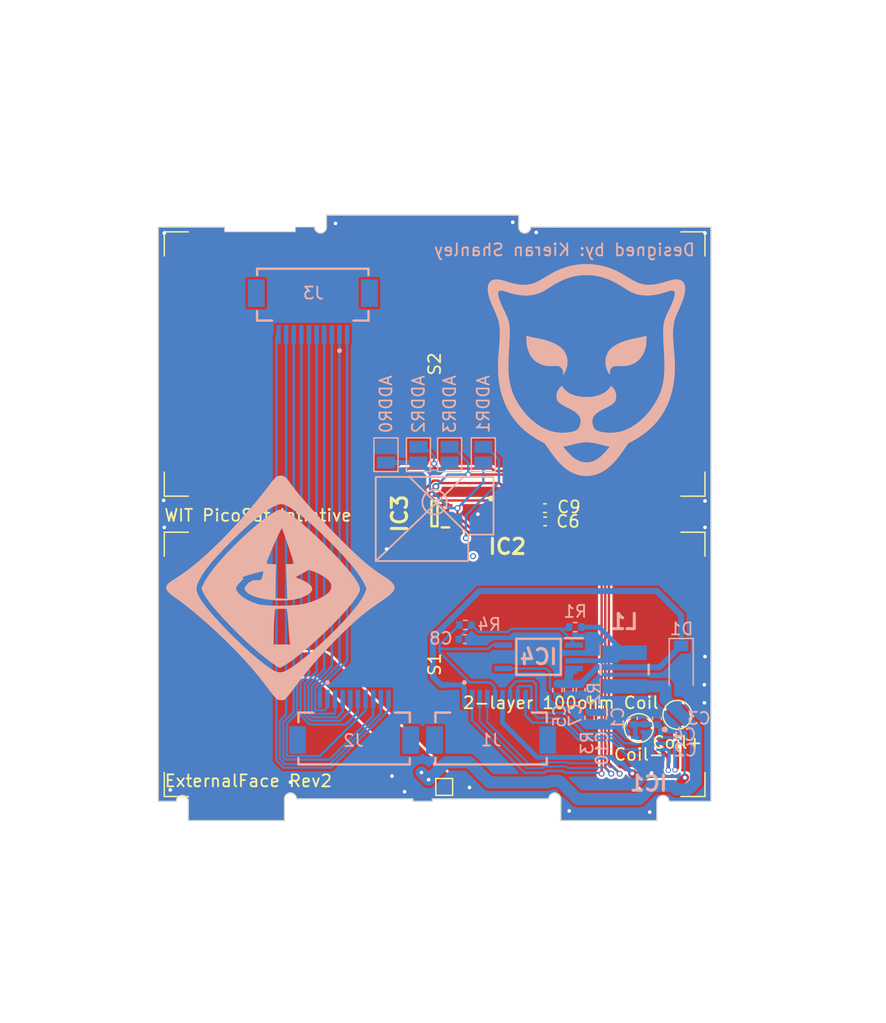
<source format=kicad_pcb>
(kicad_pcb (version 20221018) (generator pcbnew)
  (layers (0 "F.Cu" signal) (1 "In1.Cu" signal) (2 "In2.Cu" signal) (31 "B.Cu" signal) (34 "B.Paste" user) (35 "F.Paste" user) (36 "B.SilkS" user "B.Silkscreen") (37 "F.SilkS" user "F.Silkscreen") (38 "B.Mask" user) (39 "F.Mask" user) (44 "Edge.Cuts" user))
  (net 0 "")
  (net 1 "SCL")
  (net 2 "GND")
  (net 3 "ADDR_SELECT")
  (net 4 "Net-(IC4-VCTRL)")
  (net 5 "SDA")
  (net 6 "+1V8")
  (net 7 "VHARVEST")
  (net 8 "VBAT")
  (net 9 "Coil+")
  (net 10 "PWM2")
  (net 11 "PWM1")
  (net 12 "EN")
  (net 13 "Net-(IC4-MPP-SET)")
  (net 15 "VOUT")
  (net 18 "Net-(IC4-LX)")
  (net 19 "SPV_SHUTDOWN")
  (net 20 "Net-(J2-Pad01)")
  (net 21 "Net-(J2-Pad02)")
  (net 22 "Net-(J2-Pad03)")
  (net 23 "Net-(J2-Pad04)")
  (net 24 "Net-(J2-Pad05)")
  (net 25 "Net-(J2-Pad06)")
  (net 26 "Net-(J2-Pad07)")
  (net 27 "Net-(J2-Pad08)")
  (net 28 "Net-(J2-Pad09)")
  (net 29 "Net-(J2-Pad10)")
  (footprint "Capacitor_SMD:C_0402_1005Metric" (layer "F.Cu") (at 138.68 96.2 180)
    (fp_text reference "C9")
    (fp_text value "0.1uF")
  )
  (footprint "OPT4048DTSR:SOTFL50P190X60-8N" (layer "F.Cu") (at 129.49 96.65 180)
    (fp_text reference "IC3")
    (fp_text value "OPT4048DTSR" hide)
  )
  (footprint "TMP117MAIDRVR:SON65P200X200X80-7N" (layer "F.Cu") (at 135.55 96.725)
    (fp_text reference "IC2")
    (fp_text value "TMP117MAIDRVR" hide)
  )
  (footprint "Capacitor_SMD:C_0402_1005Metric" (layer "F.Cu") (at 138.7 97.3 180)
    (fp_text reference "C6")
    (fp_text value "0.1uF")
  )
  (footprint "KXOB121K04TF:SM141K06TFV" (layer "F.Cu") (at 129.5 84.2 180)
    (fp_text reference "S2")
    (fp_text value "SM141K06TFV")
  )
  (footprint "TestPoint:TestPoint_Pad_1.0x1.0mm" (layer "F.Cu") (at 130.3 119.4)
    (fp_text reference "TP3")
    (fp_text value "VSolar")
  )
  (footprint "KXOB121K04TF:SM141K06TFV" (layer "F.Cu") (at 129.5 109.2 180)
    (fp_text reference "S1")
    (fp_text value "SM141K06TFV")
  )
  (footprint "TestPoint:TestPoint_Pad_D2.0mm" (layer "F.Cu") (at 146.5 114.5)
    (fp_text reference "TP2")
    (fp_text value "Coil-")
  )
  (footprint "TestPoint:TestPoint_Pad_D2.0mm" (layer "F.Cu") (at 149.7 113.4 180)
    (fp_text reference "TP1")
    (fp_text value "Coil+")
  )
  (footprint "Resistor_SMD:R_0402_1005Metric" (layer "B.Cu") (at 139.72 111.34 -90)
    (fp_text reference "R2")
    (fp_text value "1M")
  )
  (footprint "Jumper:SolderJumper-2_P1.3mm_Open_Pad1.0x1.5mm" (layer "B.Cu") (at 125.45 91.75 90)
    (fp_text reference "JP1")
    (fp_text value "ADDR0")
  )
  (footprint "SFMH-105-02-L-D-WT:SAMTEC_SFMH-105-02-L-D-WT" (layer "B.Cu") (at 122.8 115.5 180)
    (fp_text reference "J2")
    (fp_text value "SFMH-105-02-L-D-WT")
  )
  (footprint "Capacitor_SMD:C_0402_1005Metric" (layer "B.Cu") (at 132 107.1 180)
    (fp_text reference "C8")
    (fp_text value "100nF")
  )
  (footprint "Capacitor_SMD:C_0402_1005Metric" (layer "B.Cu") (at 147 113.7 90)
    (fp_text reference "C2")
    (fp_text value "10uF")
  )
  (footprint "DRV8212PDSGR:SON50P200X200X80-9N" (layer "B.Cu") (at 147.25 116.02 180)
    (fp_text reference "IC1")
    (fp_text value "DRV8212PDSGR" hide)
  )
  (footprint "Capacitor_SMD:C_0402_1005Metric" (layer "B.Cu") (at 140.66 111.31 -90)
    (fp_text reference "C5")
    (fp_text value "10uF")
  )
  (footprint "SPV1040T:SOP65P640X120-8N" (layer "B.Cu") (at 138.15 108.57 180)
    (fp_text reference "IC4")
    (fp_text value "SPV1040T" hide)
  )
  (footprint "Graphics:IEEE_Logo" (layer "B.Cu") (at 116.7 102.8 180)
    (fp_text reference "G***")
    (fp_text value "LOGO" hide)
  )
  (footprint "Resistor_SMD:R_0402_1005Metric" (layer "B.Cu") (at 132.06 105.92 180)
    (fp_text reference "R4")
    (fp_text value "1M")
  )
  (footprint "SFMH-105-02-L-D-WT:SAMTEC_SFMH-105-02-L-D-WT" (layer "B.Cu") (at 134.2 115.5 180)
    (fp_text reference "J1")
    (fp_text value "SFMH-105-02-L-D-WT")
  )
  (footprint "Resistor_SMD:R_0402_1005Metric" (layer "B.Cu") (at 142.392 113.64 -90)
    (fp_text reference "R3")
    (fp_text value "420k")
  )
  (footprint "Capacitor_SMD:C_0402_1005Metric" (layer "B.Cu") (at 150.28 112.4)
    (fp_text reference "C3")
    (fp_text value "10uF")
  )
  (footprint "Jumper:SolderJumper-2_P1.3mm_Open_Pad1.0x1.5mm" (layer "B.Cu") (at 133.55 91.75 90)
    (fp_text reference "JP2")
    (fp_text value "ADDR1")
  )
  (footprint "Graphics:leopard" (layer "B.Cu") (at 142.1 84.7 180)
    (fp_text reference "G***" hide)
    (fp_text value "LOGO" hide)
  )
  (footprint "Capacitor_SMD:C_0402_1005Metric" (layer "B.Cu") (at 146 113.7 90)
    (fp_text reference "C1")
    (fp_text value "10uF")
  )
  (footprint "Capacitor_SMD:C_0402_1005Metric" (layer "B.Cu") (at 143.43 113.66 -90)
    (fp_text reference "C10")
    (fp_text value "1nF")
  )
  (footprint "Jumper:SolderJumper-2_P1.3mm_Open_Pad1.0x1.5mm" (layer "B.Cu") (at 130.75 91.75 90)
    (fp_text reference "JP4")
    (fp_text value "ADDR3")
  )
  (footprint "NRS4012T150MDGJ:NRS4012T150MDGJ" (layer "B.Cu") (at 145.31 109.63 -90)
    (fp_text reference "L1")
    (fp_text value "NRS4012T150MDGJ" hide)
  )
  (footprint "Jumper:SolderJumper-2_P1.3mm_Open_Pad1.0x1.5mm" (layer "B.Cu") (at 128.15 91.75 90)
    (fp_text reference "JP3")
    (fp_text value "ADDR2")
  )
  (footprint "Capacitor_SMD:C_0402_1005Metric" (layer "B.Cu") (at 141.65 111.31 -90)
    (fp_text reference "C7")
    (fp_text value "4.7uF")
  )
  (footprint "Capacitor_SMD:C_0402_1005Metric" (layer "B.Cu") (at 148 113.7125 -90)
    (fp_text reference "C4")
    (fp_text value "0.1uF")
  )
  (footprint "Diode_SMD:D_SOD-123" (layer "B.Cu") (at 150.02 109.3 -90)
    (fp_text reference "D1")
    (fp_text value "4.5v")
  )
  (footprint "Resistor_SMD:R_0402_1005Metric" (layer "B.Cu") (at 141.2 106.1)
    (fp_text reference "R1")
    (fp_text value "1K")
  )
  (footprint "SFMH-105-02-L-D-WT:SAMTEC_SFMH-105-02-L-D-WT" (layer "B.Cu") (at 119.36 78.3)
    (fp_text reference "J3")
    (fp_text value "SFMH-105-02-L-D-WT")
  )
  (gr_line (start 132.3 98.4) (end 127.369952 93.569952) (stroke (width 0.15)) (layer "B.SilkS"))
  (gr_circle (center 129.5 95.7) (end 129.3 94.7) (stroke (width 0.15)) (fill none) (layer "B.SilkS"))
  (gr_line (start 124.6 100.6) (end 131.9 93.6) (stroke (width 0.15)) (layer "B.SilkS"))
  (gr_poly (pts (xy 131.9 93.6) (xy 134.4 93.6) (xy 134.4 98.4) (xy 132.3 98.4) (xy 132.3 100.6) (xy 124.6 100.6) (xy 124.6 93.6)) (stroke (width 0.15)) (fill none) (layer "B.SilkS"))
  (gr_line (start 106.5 72.8) (end 112.02 72.8) (stroke (width 0.1)) (layer "Edge.Cuts"))
  (gr_line (start 136.5 71.8) (end 120.5 71.8) (stroke (width 0.1)) (layer "Edge.Cuts"))
  (gr_line locked (start 106.5 120.6) (end 106.5 72.8) (stroke (width 0.1)) (layer "Edge.Cuts"))
  (gr_line (start 112.02 73.19) (end 112.02 72.8) (stroke (width 0.05)) (layer "Edge.Cuts"))
  (gr_line (start 117 120.4) (end 117 120.6) (stroke (width 0.1)) (layer "Edge.Cuts"))
  (gr_line (start 117.91 72.8) (end 117.91 73.19) (stroke (width 0.05)) (layer "Edge.Cuts"))
  (gr_line (start 136.5 72.8) (end 136.5 71.8) (stroke (width 0.1)) (layer "Edge.Cuts"))
  (gr_line (start 120.5 71.8) (end 120.5 72.8) (stroke (width 0.1)) (layer "Edge.Cuts"))
  (gr_arc (start 148 120.6) (mid 148.5 120.1) (end 149 120.6) (stroke (width 0.1)) (layer "Edge.Cuts"))
  (gr_line (start 140 120.6) (end 140 122.2) (stroke (width 0.1)) (layer "Edge.Cuts"))
  (gr_line (start 117.91 73.19) (end 112.02 73.19) (stroke (width 0.05)) (layer "Edge.Cuts"))
  (gr_line (start 117 122.2) (end 109 122.2) (stroke (width 0.1)) (layer "Edge.Cuts"))
  (gr_line (start 139.5 72.8) (end 137.5 72.8) (stroke (width 0.1)) (layer "Edge.Cuts"))
  (gr_line (start 149 120.6) (end 150.5 120.6) (stroke (width 0.1)) (layer "Edge.Cuts"))
  (gr_arc (start 108 120.6) (mid 108.5 120.1) (end 109 120.6) (stroke (width 0.1)) (layer "Edge.Cuts"))
  (gr_arc (start 139 120.4) (mid 139.5 119.9) (end 140 120.4) (stroke (width 0.1)) (layer "Edge.Cuts"))
  (gr_line (start 129.3 120.4) (end 129.3 120.6) (stroke (width 0.1)) (layer "Edge.Cuts"))
  (gr_line (start 118.51 72.8) (end 117.91 72.8) (stroke (width 0.05)) (layer "Edge.Cuts"))
  (gr_line (start 127.7 120.4) (end 127.7 120.6) (stroke (width 0.1)) (layer "Edge.Cuts"))
  (gr_line (start 117 120.6) (end 117 122.2) (stroke (width 0.1)) (layer "Edge.Cuts"))
  (gr_arc (start 120.5 72.8) (mid 120 73.3) (end 119.5 72.8) (stroke (width 0.1)) (layer "Edge.Cuts"))
  (gr_line (start 150.5 120.6) (end 152.5 120.6) (stroke (width 0.1)) (layer "Edge.Cuts"))
  (gr_line (start 127.7 120.4) (end 118 120.4) (stroke (width 0.1)) (layer "Edge.Cuts"))
  (gr_line (start 148 122.2) (end 148 120.6) (stroke (width 0.1)) (layer "Edge.Cuts"))
  (gr_line (start 109 122.2) (end 109 120.6) (stroke (width 0.1)) (layer "Edge.Cuts"))
  (gr_line locked (start 152.5 72.8) (end 152.5 120.6) (stroke (width 0.1)) (layer "Edge.Cuts"))
  (gr_line (start 108 120.6) (end 106.5 120.6) (stroke (width 0.1)) (layer "Edge.Cuts"))
  (gr_arc (start 117 120.4) (mid 117.5 119.9) (end 118 120.4) (stroke (width 0.1)) (layer "Edge.Cuts"))
  (gr_line (start 119.5 72.8) (end 118.51 72.8) (stroke (width 0.05)) (layer "Edge.Cuts"))
  (gr_arc (start 137.5 72.8) (mid 137 73.3) (end 136.5 72.8) (stroke (width 0.1)) (layer "Edge.Cuts"))
  (gr_line (start 129.3 120.6) (end 127.7 120.6) (stroke (width 0.1)) (layer "Edge.Cuts"))
  (gr_line (start 140 122.2) (end 148 122.2) (stroke (width 0.1)) (layer "Edge.Cuts"))
  (gr_line (start 140 120.4) (end 140 120.6) (stroke (width 0.1)) (layer "Edge.Cuts"))
  (gr_line (start 139 120.4) (end 129.3 120.4) (stroke (width 0.1)) (layer "Edge.Cuts"))
  (gr_line (start 152.5 72.8) (end 139.5 72.8) (stroke (width 0.1)) (layer "Edge.Cuts"))
  (gr_text "Designed by: Kieran Shanley" (at 140.3 74.7) (layer "B.SilkS") (effects (font (size 1 1)) (justify mirror)))
  (gr_text "WIT PicoSat Intiative" (at 114.8 96.8) (layer "F.SilkS") (effects (font (size 1 1))))
  (gr_text "ExternalFace Rev2" (at 114 118.9) (layer "F.SilkS") (effects (font (size 1 1))))
  (gr_text "2-layer 100ohm Coil" (at 140 112.4) (layer "F.SilkS") (effects (font (size 1 1))))
  (segment (start 134.26 95.56) (end 128.92 95.56) (width 0.2) (layer "F.Cu") (net 1))
  (segment (start 144.2 118.3) (end 143.7 117.8) (width 0.2) (layer "F.Cu") (net 1))
  (segment (start 139.3 93.4) (end 132.3 93.4) (width 0.2) (layer "F.Cu") (net 1))
  (segment (start 128.58 95.9) (end 128.58 95.42) (width 0.2) (layer "F.Cu") (net 1))
  (segment (start 128.58 95.42) (end 129.6 94.4) (width 0.2) (layer "F.Cu") (net 1))
  (segment (start 143.7 97.8) (end 139.3 93.4) (width 0.2) (layer "F.Cu") (net 1))
  (segment (start 128.92 95.56) (end 128.58 95.9) (width 0.2) (layer "F.Cu") (net 1))
  (segment (start 134.55 95.85) (end 134.26 95.56) (width 0.2) (layer "F.Cu") (net 1))
  (segment (start 143.7 117.8) (end 143.7 97.8) (width 0.2) (layer "F.Cu") (net 1))
  (via (at 129.6 94.4) (size 0.6) (drill 0.3) (layers "F.Cu" "B.Cu") (net 1))
  (via (at 132.3 93.4) (size 0.5) (drill 0.3) (layers "F.Cu" "B.Cu") (net 1))
  (via locked (at 144.2 118.3) (size 0.5) (drill 0.3) (layers "F.Cu" "B.Cu") (net 1))
  (segment (start 132.3 92.4) (end 132.3 93.4) (width 0.2) (layer "B.Cu") (net 1))
  (segment (start 144.2 118.3) (end 144.04 118.14) (width 0.15) (layer "B.Cu") (net 1))
  (segment (start 130.75 91.1) (end 131 91.1) (width 0.2) (layer "B.Cu") (net 1))
  (segment (start 143.147182 117.775) (end 143.092182 117.83) (width 0.15) (layer "B.Cu") (net 1))
  (segment (start 143.982463 118.14) (end 143.617463 117.775) (width 0.15) (layer "B.Cu") (net 1))
  (segment (start 140.431694 117.703219) (end 138.568306 117.703219) (width 0.15) (layer "B.Cu") (net 1))
  (segment (start 143.617463 117.775) (end 143.147182 117.775) (width 0.15) (layer "B.Cu") (net 1))
  (segment (start 130.6 93.4) (end 132.3 93.4) (width 0.2) (layer "B.Cu") (net 1))
  (segment (start 138.441525 117.83) (end 137.155686 117.83) (width 0.15) (layer "B.Cu") (net 1))
  (segment (start 143.092182 117.83) (end 140.558475 117.83) (width 0.15) (layer "B.Cu") (net 1))
  (segment (start 138.568306 117.703219) (end 138.441525 117.83) (width 0.15) (layer "B.Cu") (net 1))
  (segment (start 129.6 94.4) (end 130.6 93.4) (width 0.2) (layer "B.Cu") (net 1))
  (segment (start 140.558475 117.83) (end 140.431694 117.703219) (width 0.15) (layer "B.Cu") (net 1))
  (segment (start 144.04 118.14) (end 143.982463 118.14) (width 0.15) (layer "B.Cu") (net 1))
  (segment (start 131 91.1) (end 132.3 92.4) (width 0.2) (layer "B.Cu") (net 1))
  (segment (start 133.2475 113.921814) (end 133.2475 112.07) (width 0.15) (layer "B.Cu") (net 1))
  (segment (start 137.155686 117.83) (end 133.2475 113.921814) (width 0.15) (layer "B.Cu") (net 1))
  (via (at 132.4 119.45) (size 0.5) (drill 0.3) (layers "F.Cu" "B.Cu") (net 2))
  (via (at 152 95.6) (size 0.5) (drill 0.3) (layers "F.Cu" "B.Cu") (net 2))
  (via (at 107 73.3) (size 0.5) (drill 0.3) (layers "F.Cu" "B.Cu") (net 2))
  (via (at 147.4 121.5) (size 0.5) (drill 0.3) (layers "F.Cu" "B.Cu") (net 2))
  (via (at 106.95 95.55) (size 0.5) (drill 0.3) (layers "F.Cu" "B.Cu") (net 2))
  (via (at 107.5 119.65) (size 0.5) (drill 0.3) (layers "F.Cu" "B.Cu") (net 2))
  (via (at 152 73.3) (size 0.5) (drill 0.3) (layers "F.Cu" "B.Cu") (net 2))
  (via (at 125.95 118.5) (size 0.5) (drill 0.3) (layers "F.Cu" "B.Cu") (net 2))
  (via (at 136 72.4) (size 0.5) (drill 0.3) (layers "F.Cu" "B.Cu") (net 2))
  (via (at 133.1 96.7) (size 0.6) (drill 0.3) (layers "F.Cu" "B.Cu") (net 2))
  (via (at 137.95 73.25) (size 0.5) (drill 0.3) (layers "F.Cu" "B.Cu") (net 2))
  (via (at 152 108.55) (size 0.5) (drill 0.3) (layers "F.Cu" "B.Cu") (net 2))
  (via (at 127 119.8) (size 0.5) (drill 0.3) (layers "F.Cu" "B.Cu") (net 2))
  (via (at 152 97.8) (size 0.5) (drill 0.3) (layers "F.Cu" "B.Cu") (net 2))
  (via (at 121.25 72.5) (size 0.5) (drill 0.3) (layers "F.Cu" "B.Cu") (net 2))
  (via (at 151.95 112.4) (size 0.5) (drill 0.3) (layers "F.Cu" "B.Cu") (net 2))
  (via (at 117.5 119) (size 0.5) (drill 0.3) (layers "F.Cu" "B.Cu") (net 2))
  (via (at 147.553173 118.234462) (size 0.45) (drill 0.3) (layers "F.Cu" "B.Cu") (net 2))
  (via (at 107 97.8) (size 0.5) (drill 0.3) (layers "F.Cu" "B.Cu") (net 2))
  (via (at 151.95 110.9) (size 0.5) (drill 0.3) (layers "F.Cu" "B.Cu") (net 2))
  (via (at 125.5 99.6) (size 0.6) (drill 0.3) (layers "F.Cu" "B.Cu") (net 2))
  (via (at 140.7 121.4) (size 0.5) (drill 0.3) (layers "F.Cu" "B.Cu") (net 2))
  (segment (start 147.835823 118.234462) (end 148.3 117.770285) (width 0.2) (layer "B.Cu") (net 2))
  (segment (start 147.7 116.77) (end 147.25 116.32) (width 0.2) (layer "B.Cu") (net 2))
  (segment (start 148.3 117.770285) (end 148.3 116.77) (width 0.2) (layer "B.Cu") (net 2))
  (segment (start 147.553173 118.234462) (end 147.835823 118.234462) (width 0.2) (layer "B.Cu") (net 2))
  (segment (start 148.3 116.77) (end 147.7 116.77) (width 0.2) (layer "B.Cu") (net 2))
  (segment (start 147.25 116.32) (end 147.25 116.02) (width 0.2) (layer "B.Cu") (net 2))
  (segment (start 136.15 97.8) (end 136.6 97.35) (width 0.2) (layer "F.Cu") (net 3))
  (segment (start 132.4 97.8) (end 131.5 96.9) (width 0.2) (layer "F.Cu") (net 3))
  (segment (start 132.4 97.8) (end 136.15 97.8) (width 0.2) (layer "F.Cu") (net 3))
  (segment (start 131.4 96.8) (end 131.5 96.9) (width 0.2) (layer "F.Cu") (net 3))
  (segment (start 131.5 96.9) (end 130.4 96.9) (width 0.2) (layer "F.Cu") (net 3))
  (segment (start 131.4 96.2) (end 131.4 96.8) (width 0.2) (layer "F.Cu") (net 3))
  (via (at 131.4 96.2) (size 0.5) (drill 0.3) (layers "F.Cu" "B.Cu") (net 3))
  (segment (start 129.15 93.25) (end 129.9 93.25) (width 0.4) (layer "B.Cu") (net 3))
  (segment (start 129.11 93.29) (end 129.11 94.602965) (width 0.2) (layer "B.Cu") (net 3))
  (segment (start 129.15 93.25) (end 129.11 93.29) (width 0.2) (layer "B.Cu") (net 3))
  (segment (start 128.15 92.4) (end 125.55 92.4) (width 0.4) (layer "B.Cu") (net 3))
  (segment (start 130.707035 96.2) (end 131.4 96.2) (width 0.2) (layer "B.Cu") (net 3))
  (segment (start 129.9 93.25) (end 130.75 92.4) (width 0.4) (layer "B.Cu") (net 3))
  (segment (start 133.55 92.4) (end 133.55 94.05) (width 0.2) (layer "B.Cu") (net 3))
  (segment (start 133.55 94.05) (end 131.4 96.2) (width 0.2) (layer "B.Cu") (net 3))
  (segment (start 128.15 92.4) (end 128.3 92.4) (width 0.4) (layer "B.Cu") (net 3))
  (segment (start 129.11 94.602965) (end 130.707035 96.2) (width 0.2) (layer "B.Cu") (net 3))
  (segment (start 128.3 92.4) (end 129.15 93.25) (width 0.4) (layer "B.Cu") (net 3))
  (segment (start 139.1 111.23) (end 139.1 109.86) (width 0.2) (layer "B.Cu") (net 4))
  (segment (start 135.212 109.545) (end 138.785 109.545) (width 0.2) (layer "B.Cu") (net 4))
  (segment (start 139.72 111.85) (end 139.72 112.146817) (width 0.2) (layer "B.Cu") (net 4))
  (segment (start 141.632 112.37) (end 142.392 113.13) (width 0.2) (layer "B.Cu") (net 4))
  (segment (start 139.72 111.85) (end 139.1 111.23) (width 0.2) (layer "B.Cu") (net 4))
  (segment (start 139.72 112.146817) (end 139.943183 112.37) (width 0.2) (layer "B.Cu") (net 4))
  (segment (start 138.785 109.545) (end 139.1 109.86) (width 0.2) (layer "B.Cu") (net 4))
  (segment (start 142.442 113.18) (end 142.392 113.13) (width 0.7) (layer "B.Cu") (net 4))
  (segment (start 139.943183 112.37) (end 141.632 112.37) (width 0.2) (layer "B.Cu") (net 4))
  (segment (start 143.43 113.18) (end 142.442 113.18) (width 0.7) (layer "B.Cu") (net 4))
  (segment (start 126.8 92.9) (end 126.8 95.7) (width 0.2) (layer "F.Cu") (net 5))
  (segment (start 129.6 92.9) (end 126.8 92.9) (width 0.2) (layer "F.Cu") (net 5))
  (segment (start 130.002757 94.110499) (end 129.802758 93.9105) (width 0.2) (layer "F.Cu") (net 5))
  (segment (start 128.07 97.4) (end 128.58 97.4) (width 0.2) (layer "F.Cu") (net 5))
  (segment (start 139.419915 93.110499) (end 134.476766 93.110499) (width 0.2) (layer "F.Cu") (net 5))
  (segment (start 129.397242 93.9105) (end 127.607742 95.7) (width 0.2) (layer "F.Cu") (net 5))
  (segment (start 126.8 96.13) (end 128.07 97.4) (width 0.2) (layer "F.Cu") (net 5))
  (segment (start 129.45 92.5) (end 129.45 92.75) (width 0.2) (layer "F.Cu") (net 5))
  (segment (start 129.45 92.75) (end 129.6 92.9) (width 0.2) (layer "F.Cu") (net 5))
  (segment (start 134.476766 93.110499) (end 134.266267 92.9) (width 0.2) (layer "F.Cu") (net 5))
  (segment (start 126.8 95.7) (end 126.8 96.13) (width 0.2) (layer "F.Cu") (net 5))
  (segment (start 134.266267 92.9) (end 129.6 92.9) (width 0.2) (layer "F.Cu") (net 5))
  (segment (start 144 97.690584) (end 139.419915 93.110499) (width 0.2) (layer "F.Cu") (net 5))
  (segment (start 144 117.4) (end 144 97.690584) (width 0.2) (layer "F.Cu") (net 5))
  (segment (start 136.6 95.810499) (end 134.9 94.110499) (width 0.2) (layer "F.Cu") (net 5))
  (segment (start 144.9 118.3) (end 144 117.4) (width 0.2) (layer "F.Cu") (net 5))
  (segment (start 129.802758 93.9105) (end 129.397242 93.9105) (width 0.2) (layer "F.Cu") (net 5))
  (segment (start 134.9 94.110499) (end 130.002757 94.110499) (width 0.2) (layer "F.Cu") (net 5))
  (segment (start 127.607742 95.7) (end 126.8 95.7) (width 0.2) (layer "F.Cu") (net 5))
  (segment (start 136.6 96.05) (end 136.6 95.810499) (width 0.2) (layer "F.Cu") (net 5))
  (via locked (at 144.9 118.3) (size 0.5) (drill 0.3) (layers "F.Cu" "B.Cu") (net 5))
  (via (at 129.45 92.5) (size 0.5) (drill 0.3) (layers "F.Cu" "B.Cu") (net 5))
  (segment (start 129.45 91.85) (end 129.45 92.5) (width 0.2) (layer "B.Cu") (net 5))
  (segment (start 142.926496 117.43) (end 140.724159 117.43) (width 0.15) (layer "B.Cu") (net 5))
  (segment (start 143.762437 117.425) (end 142.931496 117.425) (width 0.15) (layer "B.Cu") (net 5))
  (segment (start 144.097437 117.76) (end 143.762437 117.425) (width 0.15) (layer "B.Cu") (net 5))
  (segment (start 144.437818 117.76) (end 144.097437 117.76) (width 0.15) (layer "B.Cu") (net 5))
  (segment (start 138.423332 117.353219) (end 138.296551 117.48) (width 0.15) (layer "B.Cu") (net 5))
  (segment (start 128.7 91.1) (end 129.45 91.85) (width 0.2) (layer "B.Cu") (net 5))
  (segment (start 128.15 91.1) (end 128.6 91.1) (width 0.2) (layer "B.Cu") (net 5))
  (segment (start 144.9 118.222182) (end 144.437818 117.76) (width 0.15) (layer "B.Cu") (net 5))
  (segment (start 138.296551 117.48) (end 137.353224 117.48) (width 0.15) (layer "B.Cu") (net 5))
  (segment (start 128.6 91.1) (end 128.7 91.1) (width 0.2) (layer "B.Cu") (net 5))
  (segment (start 133.8825 114.009276) (end 133.8825 112.07) (width 0.15) (layer "B.Cu") (net 5))
  (segment (start 137.353224 117.48) (end 133.8825 114.009276) (width 0.15) (layer "B.Cu") (net 5))
  (segment (start 140.724159 117.43) (end 140.647378 117.353219) (width 0.15) (layer "B.Cu") (net 5))
  (segment (start 142.931496 117.425) (end 142.926496 117.43) (width 0.15) (layer "B.Cu") (net 5))
  (segment (start 144.9 118.3) (end 144.9 118.222182) (width 0.15) (layer "B.Cu") (net 5))
  (segment (start 140.647378 117.353219) (end 138.423332 117.353219) (width 0.15) (layer "B.Cu") (net 5))
  (segment (start 139.1 95.3) (end 138.2 96.2) (width 0.2) (layer "F.Cu") (net 6))
  (segment (start 137.8 98.2) (end 137.6 98.2) (width 0.2) (layer "F.Cu") (net 6))
  (segment (start 131.5 97.4) (end 130.4 97.4) (width 0.2) (layer "F.Cu") (net 6))
  (segment (start 132.3 98.5) (end 132.3 98.2) (width 0.2) (layer "F.Cu") (net 6))
  (segment (start 132.1 98.7) (end 132.3 98.5) (width 0.2) (layer "F.Cu") (net 6))
  (segment (start 140.7 95.3) (end 139.1 95.3) (width 0.2) (layer "F.Cu") (net 6))
  (segment (start 143.4 118.3) (end 143.4 98) (width 0.2) (layer "F.Cu") (net 6))
  (segment (start 137.6 96.7) (end 138.2 97.3) (width 0.2) (layer "F.Cu") (net 6))
  (segment (start 138.2 97.3) (end 138.2 97.8) (width 0.2) (layer "F.Cu") (net 6))
  (segment (start 138.2 97.8) (end 137.8 98.2) (width 0.2) (layer "F.Cu") (net 6))
  (segment (start 143.4 98) (end 140.7 95.3) (width 0.2) (layer "F.Cu") (net 6))
  (segment (start 136.6 96.7) (end 137.6 96.7) (width 0.2) (layer "F.Cu") (net 6))
  (segment (start 138.2 97.3) (end 138.2 96.2) (width 0.2) (layer "F.Cu") (net 6))
  (segment (start 137.6 98.2) (end 132.3 98.2) (width 0.2) (layer "F.Cu") (net 6))
  (segment (start 132.3 98.2) (end 131.5 97.4) (width 0.2) (layer "F.Cu") (net 6))
  (via (at 132.1 98.7) (size 0.5) (drill 0.3) (layers "F.Cu" "B.Cu") (net 6))
  (via locked (at 143.4 118.3) (size 0.5) (drill 0.3) (layers "F.Cu" "B.Cu") (net 6))
  (segment (start 132.6125 113.8525) (end 132.6125 112.07) (width 0.2) (layer "B.Cu") (net 6))
  (segment (start 134.85 92.15) (end 134.85 94.05) (width 0.2) (layer "B.Cu") (net 6))
  (segment (start 138.607211 118.23) (end 136.99 118.23) (width 0.2) (layer "B.Cu") (net 6))
  (segment (start 133.8 91.1) (end 134.85 92.15) (width 0.2) (layer "B.Cu") (net 6))
  (segment (start 143.4 118.3) (end 143.33 118.23) (width 0.2) (layer "B.Cu") (net 6))
  (segment (start 143.33 118.23) (end 140.392789 118.23) (width 0.2) (layer "B.Cu") (net 6))
  (segment (start 133.55 91.1) (end 133.8 91.1) (width 0.2) (layer "B.Cu") (net 6))
  (segment (start 140.241008 118.078219) (end 138.758992 118.078219) (width 0.2) (layer "B.Cu") (net 6))
  (segment (start 134.85 94.05) (end 132.1 96.8) (width 0.2) (layer "B.Cu") (net 6))
  (segment (start 136.99 118.23) (end 132.6125 113.8525) (width 0.2) (layer "B.Cu") (net 6))
  (segment (start 138.758992 118.078219) (end 138.607211 118.23) (width 0.2) (layer "B.Cu") (net 6))
  (segment (start 140.392789 118.23) (end 140.241008 118.078219) (width 0.2) (layer "B.Cu") (net 6))
  (segment (start 132.1 96.8) (end 132.1 98.7) (width 0.2) (layer "B.Cu") (net 6))
  (segment (start 128.4 117.5) (end 128.4 118.2) (width 2) (layer "F.Cu") (net 7))
  (segment (start 129 118.8) (end 129.7 118.8) (width 2) (layer "F.Cu") (net 7))
  (segment (start 129.7 118.8) (end 130.3 119.4) (width 2) (layer "F.Cu") (net 7))
  (segment (start 110 84.2) (end 110 109.2) (width 2) (layer "F.Cu") (net 7))
  (segment (start 110 109.2) (end 120.1 109.2) (width 2) (layer "F.Cu") (net 7))
  (segment (start 120.1 109.2) (end 128.4 117.5) (width 2) (layer "F.Cu") (net 7))
  (via (at 128.4 118.2) (size 0.5) (drill 0.3) (layers "F.Cu" "B.Cu") (net 7))
  (via (at 129 118.8) (size 0.5) (drill 0.3) (layers "F.Cu" "B.Cu") (net 7))
  (segment (start 151.23 114.61) (end 149.13 112.51) (width 1) (layer "B.Cu") (net 7))
  (segment (start 139.072356 118.943581) (end 139.5 118.882094) (width 1) (layer "B.Cu") (net 7))
  (segment (start 146.536302 120.4) (end 147.613246 119.323056) (width 1) (layer "B.Cu") (net 7))
  (segment (start 134.06 119.03) (end 138.883124 119.03) (width 1) (layer "B.Cu") (net 7))
  (segment (start 149.640252 119.6) (end 150.632793 119.6) (width 1) (layer "B.Cu") (net 7))
  (segment (start 150.632793 119.6) (end 151.23 119.002793) (width 1) (layer "B.Cu") (net 7))
  (segment (start 151.23 119.002793) (end 151.23 114.61) (width 1) (layer "B.Cu") (net 7))
  (segment (start 130.455 117.345) (end 132.375 117.345) (width 1) (layer "B.Cu") (net 7))
  (segment (start 148.72 111.03) (end 145.31 111.03) (width 1) (layer "B.Cu") (net 7))
  (segment (start 139.5 118.882094) (end 139.927644 118.943581) (width 1) (layer "B.Cu") (net 7))
  (segment (start 132.375 117.345) (end 134.06 119.03) (width 1) (layer "B.Cu") (net 7))
  (segment (start 148.72 112.1) (end 148.72 111.03) (width 1) (layer "B.Cu") (net 7))
  (segment (start 129 118.8) (end 128.4 118.2) (width 1) (layer "B.Cu") (net 7))
  (segment (start 139.927644 118.943581) (end 141.384063 120.4) (width 1) (layer "B.Cu") (net 7))
  (segment (start 149.320642 119.323056) (end 149.640252 119.6) (width 1) (layer "B.Cu") (net 7))
  (segment (start 138.883124 119.03) (end 139.072356 118.943581) (width 1) (layer "B.Cu") (net 7))
  (segment (start 129 118.8) (end 130.455 117.345) (width 1) (layer "B.Cu") (net 7))
  (segment (start 149.13 112.51) (end 148.72 112.1) (width 1) (layer "B.Cu") (net 7))
  (segment (start 141.384063 120.4) (end 146.536302 120.4) (width 1) (layer "B.Cu") (net 7))
  (segment (start 147.613246 119.323056) (end 149.320642 119.323056) (width 1) (layer "B.Cu") (net 7))
  (segment (start 146.88 119.21) (end 149.75 119.21) (width 0.7) (layer "F.Cu") (net 8))
  (segment (start 145.95 118.28) (end 146.88 119.21) (width 0.7) (layer "F.Cu") (net 8))
  (segment (start 149.75 119.21) (end 150.33 118.63) (width 0.7) (layer "F.Cu") (net 8))
  (via locked (at 145.95 118.28) (size 0.45) (drill 0.3) (layers "F.Cu" "B.Cu") (net 8))
  (via (at 150.33 118.63) (size 0.45) (drill 0.3) (layers "F.Cu" "B.Cu") (net 8))
  (segment (start 149.636396 115.27) (end 148.3 115.27) (width 0.2) (layer "B.Cu") (net 8))
  (segment (start 144.235 116.935) (end 144.7 117.4) (width 0.4) (layer "B.Cu") (net 8))
  (segment (start 146 114.18) (end 147 114.18) (width 0.4) (layer "B.Cu") (net 8))
  (segment (start 135.1525 112.07) (end 135.1525 114.0525) (width 0.4) (layer "B.Cu") (net 8))
  (segment (start 147.0125 114.1925) (end 147 114.18) (width 0.4) (layer "B.Cu") (net 8))
  (segment (start 135.1525 114.0525) (end 138.035 116.935) (width 0.4) (layer "B.Cu") (net 8))
  (segment (start 150.3 118.6) (end 150.3 115.933604) (width 0.2) (layer "B.Cu") (net 8))
  (segment (start 148.3 115.27) (end 148.3 114.4925) (width 0.4) (layer "B.Cu") (net 8))
  (segment (start 144.7 117.4) (end 145.07 117.4) (width 0.4) (layer "B.Cu") (net 8))
  (segment (start 145.07 117.4) (end 145.95 118.28) (width 0.4) (layer "B.Cu") (net 8))
  (segment (start 150.3 115.933604) (end 149.636396 115.27) (width 0.2) (layer "B.Cu") (net 8))
  (segment (start 148 114.1925) (end 147.0125 114.1925) (width 0.4) (layer "B.Cu") (net 8))
  (segment (start 146.2 115.27) (end 146.2 114.38) (width 0.4) (layer "B.Cu") (net 8))
  (segment (start 148.3 114.4925) (end 148 114.1925) (width 0.4) (layer "B.Cu") (net 8))
  (segment (start 138.035 116.935) (end 144.235 116.935) (width 0.4) (layer "B.Cu") (net 8))
  (segment (start 150.33 118.63) (end 150.3 118.6) (width 0.2) (layer "B.Cu") (net 8))
  (segment (start 146.2 114.38) (end 146 114.18) (width 0.4) (layer "B.Cu") (net 8))
  (segment (start 149.51 117.98) (end 149.7 117.79) (width 0.3) (layer "F.Cu") (net 9))
  (segment (start 148.95 116.95) (end 146.5 114.5) (width 0.3) (layer "F.Cu") (net 9))
  (segment (start 149.7 117.79) (end 149.7 113.4) (width 0.3) (layer "F.Cu") (net 9))
  (segment (start 148.95 118.01) (end 148.95 116.95) (width 0.3) (layer "F.Cu") (net 9))
  (via (at 148.95 118.01) (size 0.45) (drill 0.3) (layers "F.Cu" "B.Cu") (net 9))
  (via (at 149.51 117.98) (size 0.45) (drill 0.3) (layers "F.Cu" "B.Cu") (net 9))
  (via (at 132.7 100.2) (size 0.5) (drill 0.3) (layers "F.Cu" "B.Cu") (net 9))
  (segment (start 148.95 118.01) (end 148.95 117.39) (width 0.3) (layer "B.Cu") (net 9))
  (segment (start 149.51 117.98) (end 149.51 115.78) (width 0.3) (layer "B.Cu") (net 9))
  (segment (start 149 117.34) (end 149 116.32) (width 0.3) (layer "B.Cu") (net 9))
  (segment (start 148.95 117.39) (end 149 117.34) (width 0.3) (layer "B.Cu") (net 9))
  (segment (start 149.51 115.78) (end 149.5 115.77) (width 0.3) (layer "B.Cu") (net 9))
  (segment (start 149 116.32) (end 148.95 116.27) (width 0.3) (layer "B.Cu") (net 9))
  (segment (start 148.95 116.27) (end 148.3 116.27) (width 0.3) (layer "B.Cu") (net 9))
  (segment (start 149.5 115.77) (end 148.3 115.77) (width 0.3) (layer "B.Cu") (net 9))
  (segment (start 141.5 115.5) (end 144.198628 115.5) (width 0.2) (layer "B.Cu") (net 10))
  (segment (start 137.665 114.055) (end 140.055 114.055) (width 0.2) (layer "B.Cu") (net 10))
  (segment (start 140.055 114.055) (end 141.5 115.5) (width 0.2) (layer "B.Cu") (net 10))
  (segment (start 137.0575 113.4475) (end 137.665 114.055) (width 0.2) (layer "B.Cu") (net 10))
  (segment (start 144.198628 115.5) (end 145.468628 116.77) (width 0.2) (layer "B.Cu") (net 10))
  (segment (start 145.468628 116.77) (end 146.2 116.77) (width 0.2) (layer "B.Cu") (net 10))
  (segment (start 137.0575 112.07) (end 137.0575 113.4475) (width 0.2) (layer "B.Cu") (net 10))
  (segment (start 136.4225 112.07) (end 136.4225 111.11) (width 0.2) (layer "B.Cu") (net 11))
  (segment (start 136.5225 111.01) (end 137.5475 111.01) (width 0.2) (layer "B.Cu") (net 11))
  (segment (start 138.095 113.655) (end 140.075685 113.655) (width 0.2) (layer "B.Cu") (net 11))
  (segment (start 137.5475 113.1075) (end 138.095 113.655) (width 0.2) (layer "B.Cu") (net 11))
  (segment (start 145.378044 116.27) (end 146.2 116.27) (width 0.2) (layer "B.Cu") (net 11))
  (segment (start 140.075685 113.655) (end 140.31 113.889315) (width 0.2) (layer "B.Cu") (net 11))
  (segment (start 140.31 113.889315) (end 140.31 113.900584) (width 0.2) (layer "B.Cu") (net 11))
  (segment (start 140.31 113.900584) (end 141.619915 115.210499) (width 0.2) (layer "B.Cu") (net 11))
  (segment (start 136.4225 111.11) (end 136.5225 111.01) (width 0.2) (layer "B.Cu") (net 11))
  (segment (start 141.619915 115.210499) (end 144.318543 115.210499) (width 0.2) (layer "B.Cu") (net 11))
  (segment (start 144.318543 115.210499) (end 145.378044 116.27) (width 0.2) (layer "B.Cu") (net 11))
  (segment (start 137.5475 111.01) (end 137.5475 113.1075) (width 0.2) (layer "B.Cu") (net 11))
  (segment (start 137.693185 110.59) (end 137.9475 110.844315) (width 0.2) (layer "B.Cu") (net 12))
  (segment (start 140.241371 113.255) (end 141.907369 114.920998) (width 0.2) (layer "B.Cu") (net 12))
  (segment (start 144.438458 114.920998) (end 145.28746 115.77) (width 0.2) (layer "B.Cu") (net 12))
  (segment (start 136.3075 110.59) (end 137.693185 110.59) (width 0.2) (layer "B.Cu") (net 12))
  (segment (start 138.260686 113.255) (end 140.241371 113.255) (width 0.2) (layer "B.Cu") (net 12))
  (segment (start 145.28746 115.77) (end 146.2 115.77) (width 0.2) (layer "B.Cu") (net 12))
  (segment (start 135.7875 111.11) (end 136.3075 110.59) (width 0.2) (layer "B.Cu") (net 12))
  (segment (start 137.9475 112.941814) (end 138.260686 113.255) (width 0.2) (layer "B.Cu") (net 12))
  (segment (start 141.907369 114.920998) (end 144.438458 114.920998) (width 0.2) (layer "B.Cu") (net 12))
  (segment (start 135.7875 112.07) (end 135.7875 111.11) (width 0.2) (layer "B.Cu") (net 12))
  (segment (start 137.9475 110.844315) (end 137.9475 112.941814) (width 0.2) (layer "B.Cu") (net 12))
  (segment (start 135.86 106.24) (end 135.6 106.5) (width 0.2) (layer "B.Cu") (net 13))
  (segment (start 135.6 106.5) (end 133.15 106.5) (width 0.2) (layer "B.Cu") (net 13))
  (segment (start 131.52 106.97) (end 132.57 105.92) (width 0.2) (layer "B.Cu") (net 13))
  (segment (start 140.55 106.24) (end 140.69 106.1) (width 0.2) (layer "B.Cu") (net 13))
  (segment (start 139.95 106.24) (end 141.088 107.378) (width 0.2) (layer "B.Cu") (net 13))
  (segment (start 131.52 107.1) (end 131.52 106.97) (width 0.2) (layer "B.Cu") (net 13))
  (segment (start 139.95 106.24) (end 140.55 106.24) (width 0.2) (layer "B.Cu") (net 13))
  (segment (start 139.95 106.24) (end 135.86 106.24) (width 0.2) (layer "B.Cu") (net 13))
  (segment (start 141.088 107.378) (end 141.088 107.595) (width 0.2) (layer "B.Cu") (net 13))
  (segment (start 133.15 106.5) (end 132.57 105.92) (width 0.2) (layer "B.Cu") (net 13))
  (segment (start 148.235499 109.434501) (end 143.045499 109.434501) (width 0.5) (layer "B.Cu") (net 15))
  (segment (start 143.045499 109.434501) (end 141.65 110.83) (width 0.5) (layer "B.Cu") (net 15))
  (segment (start 150.02 105.12) (end 148 103.1) (width 0.5) (layer "B.Cu") (net 15))
  (segment (start 140.66 109.973) (end 140.963 109.67) (width 0.7) (layer "B.Cu") (net 15))
  (segment (start 131.7125 110.91) (end 131.9775 111.175) (width 0.4) (layer "B.Cu") (net 15))
  (segment (start 150.02 107.65) (end 148.235499 109.434501) (width 0.5) (layer "B.Cu") (net 15))
  (segment (start 131.9775 111.175) (end 131.9775 112.07) (width 0.4) (layer "B.Cu") (net 15))
  (segment (start 140.963 109.67) (end 141.088 109.67) (width 0.7) (layer "B.Cu") (net 15))
  (segment (start 133.222685 103.1) (end 129.36 106.962685) (width 0.5) (layer "B.Cu") (net 15))
  (segment (start 129.36 106.962685) (end 129.36 110.237818) (width 0.5) (layer "B.Cu") (net 15))
  (segment (start 130.6 110.91) (end 131.7125 110.91) (width 0.4) (layer "B.Cu") (net 15))
  (segment (start 140.66 110.83) (end 139.75 110.83) (width 0.7) (layer "B.Cu") (net 15))
  (segment (start 150.02 107.65) (end 150.02 105.12) (width 0.5) (layer "B.Cu") (net 15))
  (segment (start 130.032182 110.91) (end 130.6 110.91) (width 0.5) (layer "B.Cu") (net 15))
  (segment (start 148 103.1) (end 133.222685 103.1) (width 0.5) (layer "B.Cu") (net 15))
  (segment (start 140.66 110.83) (end 140.66 109.973) (width 0.7) (layer "B.Cu") (net 15))
  (segment (start 129.36 110.237818) (end 130.032182 110.91) (width 0.5) (layer "B.Cu") (net 15))
  (segment (start 141.65 110.83) (end 140.66 110.83) (width 0.7) (layer "B.Cu") (net 15))
  (segment (start 141.088 108.895) (end 144.645 108.895) (width 0.4) (layer "B.Cu") (net 18))
  (segment (start 141.71 106.1) (end 143.18 106.1) (width 0.4) (layer "B.Cu") (net 18))
  (segment (start 143.18 106.1) (end 145.31 108.23) (width 0.4) (layer "B.Cu") (net 18))
  (segment (start 144.645 108.895) (end 145.31 108.23) (width 0.4) (layer "B.Cu") (net 18))
  (segment (start 134.2745 107.595) (end 135.212 107.595) (width 0.2) (layer "B.Cu") (net 19))
  (segment (start 129.91 107.91) (end 133.9595 107.91) (width 0.2) (layer "B.Cu") (net 19))
  (segment (start 134.1075 110.7) (end 132.4275 110.7) (width 0.2) (layer "B.Cu") (net 19))
  (segment (start 129.91 107.56) (end 131.55 105.92) (width 0.2) (layer "B.Cu") (net 19))
  (segment (start 132.4275 110.7) (end 129.91 108.1825) (width 0.2) (layer "B.Cu") (net 19))
  (segment (start 133.9595 107.91) (end 134.2745 107.595) (width 0.2) (layer "B.Cu") (net 19))
  (segment (start 134.5175 111.11) (end 134.1075 110.7) (width 0.2) (layer "B.Cu") (net 19))
  (segment (start 129.91 108.1825) (end 129.91 107.91) (width 0.2) (layer "B.Cu") (net 19))
  (segment (start 129.91 107.91) (end 129.91 107.56) (width 0.2) (layer "B.Cu") (net 19))
  (segment (start 134.5175 112.07) (end 134.5175 111.11) (width 0.2) (layer "B.Cu") (net 19))
  (segment (start 121.5825 81.73) (end 121.5825 109.14363) (width 0.2) (layer "B.Cu") (net 20))
  (segment (start 119.5625 111.16363) (end 119.5625 113.02) (width 0.2) (layer "B.Cu") (net 20))
  (segment (start 120.3225 113.02) (end 120.5775 112.765) (width 0.2) (layer "B.Cu") (net 20))
  (segment (start 119.5625 113.02) (end 120.3225 113.02) (width 0.2) (layer "B.Cu") (net 20))
  (segment (start 121.5825 109.14363) (end 119.5625 111.16363) (width 0.2) (layer "B.Cu") (net 20))
  (segment (start 120.5775 112.765) (end 120.5775 112.07) (width 0.2) (layer "B.Cu") (net 20))
  (segment (start 122.2175 108.918046) (end 119.9425 111.193046) (width 0.2) (layer "B.Cu") (net 21))
  (segment (start 119.9425 111.193046) (end 119.9425 112.07) (width 0.2) (layer "B.Cu") (net 21))
  (segment (start 122.2175 81.73) (end 122.2175 108.918046) (width 0.2) (layer "B.Cu") (net 21))
  (segment (start 118.982999 110.924299) (end 118.982999 113.259331) (width 0.2) (layer "B.Cu") (net 22))
  (segment (start 118.982999 113.259331) (end 119.323169 113.599501) (width 0.2) (layer "B.Cu") (net 22))
  (segment (start 121.400499 113.599501) (end 121.8475 113.1525) (width 0.2) (layer "B.Cu") (net 22))
  (segment (start 120.3125 109.594798) (end 118.982999 110.924299) (width 0.2) (layer "B.Cu") (net 22))
  (segment (start 121.8475 113.1525) (end 121.8475 112.07) (width 0.2) (layer "B.Cu") (net 22))
  (segment (start 120.3125 81.73) (end 120.3125 109.594798) (width 0.2) (layer "B.Cu") (net 22))
  (segment (start 119.323169 113.599501) (end 121.400499 113.599501) (width 0.2) (layer "B.Cu") (net 22))
  (segment (start 119.2725 113.139416) (end 119.443084 113.31) (width 0.2) (layer "B.Cu") (net 23))
  (segment (start 119.443084 113.31) (end 121.1775 113.31) (width 0.2) (layer "B.Cu") (net 23))
  (segment (start 121.2125 113.275) (end 121.2125 112.07) (width 0.2) (layer "B.Cu") (net 23))
  (segment (start 121.1775 113.31) (end 121.2125 113.275) (width 0.2) (layer "B.Cu") (net 23))
  (segment (start 119.2725 111.044214) (end 119.2725 113.139416) (width 0.2) (layer "B.Cu") (net 23))
  (segment (start 120.9475 81.73) (end 120.9475 109.369214) (width 0.2) (layer "B.Cu") (net 23))
  (segment (start 120.9475 109.369214) (end 119.2725 111.044214) (width 0.2) (layer "B.Cu") (net 23))
  (segment (start 118.351502 113.446666) (end 119.104836 114.2) (width 0.2) (layer "B.Cu") (net 24))
  (segment (start 119.0425 110.002336) (end 118.351502 110.693334) (width 0.2) (layer "B.Cu") (net 24))
  (segment (start 122.1 114.2) (end 123.1175 113.1825) (width 0.2) (layer "B.Cu") (net 24))
  (segment (start 123.1175 113.1825) (end 123.1175 112.07) (width 0.2) (layer "B.Cu") (net 24))
  (segment (start 119.104836 114.2) (end 122.1 114.2) (width 0.2) (layer "B.Cu") (net 24))
  (segment (start 119.0425 81.73) (end 119.0425 110.002336) (width 0.2) (layer "B.Cu") (net 24))
  (segment (start 118.351502 110.693334) (end 118.351502 113.446666) (width 0.2) (layer "B.Cu") (net 24))
  (segment (start 122.4825 113.03) (end 122.4825 112.07) (width 0.2) (layer "B.Cu") (net 25))
  (segment (start 119.6775 81.73) (end 119.6775 109.820382) (width 0.2) (layer "B.Cu") (net 25))
  (segment (start 119.6775 109.820382) (end 118.692999 110.804883) (width 0.2) (layer "B.Cu") (net 25))
  (segment (start 119.203753 113.889501) (end 121.622999 113.889501) (width 0.2) (layer "B.Cu") (net 25))
  (segment (start 121.622999 113.889501) (end 122.4825 113.03) (width 0.2) (layer "B.Cu") (net 25))
  (segment (start 118.692999 110.804883) (end 118.692999 113.378747) (width 0.2) (layer "B.Cu") (net 25))
  (segment (start 118.692999 113.378747) (end 119.203753 113.889501) (width 0.2) (layer "B.Cu") (net 25))
  (segment (start 116.91 116.955122) (end 117.079878 117.125) (width 0.2) (layer "B.Cu") (net 26))
  (segment (start 116.91 113.998004) (end 116.91 116.955122) (width 0.2) (layer "B.Cu") (net 26))
  (segment (start 117.7725 113.135504) (end 116.91 113.998004) (width 0.2) (layer "B.Cu") (net 26))
  (segment (start 124.3875 113.481168) (end 124.3875 112.07) (width 0.2) (layer "B.Cu") (net 26))
  (segment (start 117.7725 81.73) (end 117.7725 113.135504) (width 0.2) (layer "B.Cu") (net 26))
  (segment (start 117.079878 117.125) (end 120.743668 117.125) (width 0.2) (layer "B.Cu") (net 26))
  (segment (start 120.743668 117.125) (end 124.3875 113.481168) (width 0.2) (layer "B.Cu") (net 26))
  (segment (start 118.062001 110.573419) (end 118.062001 113.255419) (width 0.2) (layer "B.Cu") (net 27))
  (segment (start 119.9475 116.835) (end 123.7525 113.03) (width 0.2) (layer "B.Cu") (net 27))
  (segment (start 118.4075 81.73) (end 118.4075 110.22792) (width 0.2) (layer "B.Cu") (net 27))
  (segment (start 117.2 114.11742) (end 117.2 116.835) (width 0.2) (layer "B.Cu") (net 27))
  (segment (start 117.2 116.835) (end 119.9475 116.835) (width 0.2) (layer "B.Cu") (net 27))
  (segment (start 118.062001 113.255419) (end 117.2 114.11742) (width 0.2) (layer "B.Cu") (net 27))
  (segment (start 123.7525 113.03) (end 123.7525 112.07) (width 0.2) (layer "B.Cu") (net 27))
  (segment (start 118.4075 110.22792) (end 118.062001 110.573419) (width 0.2) (layer "B.Cu") (net 27))
  (segment (start 116.5025 81.73) (end 116.33 81.9025) (width 0.2) (layer "B.Cu") (net 28))
  (segment (start 116.33 117.195366) (end 116.934634 117.8) (width 0.2) (layer "B.Cu") (net 28))
  (segment (start 120.8875 117.8) (end 125.6575 113.03) (width 0.2) (layer "B.Cu") (net 28))
  (segment (start 125.6575 113.03) (end 125.6575 112.07) (width 0.2) (layer "B.Cu") (net 28))
  (segment (start 116.33 81.9025) (end 116.33 117.195366) (width 0.2) (layer "B.Cu") (net 28))
  (segment (start 116.934634 117.8) (end 120.8875 117.8) (width 0.2) (layer "B.Cu") (net 28))
  (segment (start 117.044756 117.5) (end 120.778084 117.5) (width 0.2) (layer "B.Cu") (net 29))
  (segment (start 116.62 113.878588) (end 116.62 117.075244) (width 0.2) (layer "B.Cu") (net 29))
  (segment (start 120.778084 117.5) (end 125.0225 113.255584) (width 0.2) (layer "B.Cu") (net 29))
  (segment (start 116.62 117.075244) (end 117.044756 117.5) (width 0.2) (layer "B.Cu") (net 29))
  (segment (start 125.0225 113.255584) (end 125.0225 112.07) (width 0.2) (layer "B.Cu") (net 29))
  (segment (start 117.1375 113.361088) (end 116.62 113.878588) (width 0.2) (layer "B.Cu") (net 29))
  (segment (start 117.1375 81.73) (end 117.1375 113.361088) (width 0.2) (layer "B.Cu") (net 29))
  (zone (net 2) (net_name "GND") (layers "F&B.Cu") (name "GND Plane") (connect_pads yes (clearance 0.2)) (min_thickness 0.2) (fill yes (thermal_gap 0.2) (thermal_bridge_width 0.2))
    (polygon (pts (xy 152.5 122.2) (xy 106.5 122.2) (xy 106.5 71.8) (xy 152.5 71.7)))
  )
)
</source>
